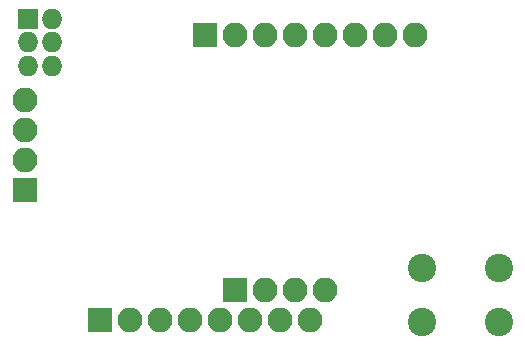
<source format=gbs>
G04 #@! TF.FileFunction,Soldermask,Bot*
%FSLAX46Y46*%
G04 Gerber Fmt 4.6, Leading zero omitted, Abs format (unit mm)*
G04 Created by KiCad (PCBNEW 4.0.7) date 07/23/18 00:28:13*
%MOMM*%
%LPD*%
G01*
G04 APERTURE LIST*
%ADD10C,0.100000*%
%ADD11R,2.100000X2.100000*%
%ADD12O,2.100000X2.100000*%
%ADD13C,2.400000*%
%ADD14R,1.750000X1.750000*%
%ADD15O,1.750000X1.750000*%
G04 APERTURE END LIST*
D10*
D11*
X142240000Y-99441000D03*
D12*
X142240000Y-96901000D03*
X142240000Y-94361000D03*
X142240000Y-91821000D03*
D13*
X182372000Y-106117000D03*
X182372000Y-110617000D03*
X175872000Y-106117000D03*
X175872000Y-110617000D03*
D11*
X157480000Y-86360000D03*
D12*
X160020000Y-86360000D03*
X162560000Y-86360000D03*
X165100000Y-86360000D03*
X167640000Y-86360000D03*
X170180000Y-86360000D03*
X172720000Y-86360000D03*
X175260000Y-86360000D03*
D11*
X148590000Y-110490000D03*
D12*
X151130000Y-110490000D03*
X153670000Y-110490000D03*
X156210000Y-110490000D03*
X158750000Y-110490000D03*
X161290000Y-110490000D03*
X163830000Y-110490000D03*
X166370000Y-110490000D03*
D11*
X160020000Y-107950000D03*
D12*
X162560000Y-107950000D03*
X165100000Y-107950000D03*
X167640000Y-107950000D03*
D14*
X142526000Y-84963000D03*
D15*
X144526000Y-84963000D03*
X142526000Y-86963000D03*
X144526000Y-86963000D03*
X142526000Y-88963000D03*
X144526000Y-88963000D03*
M02*

</source>
